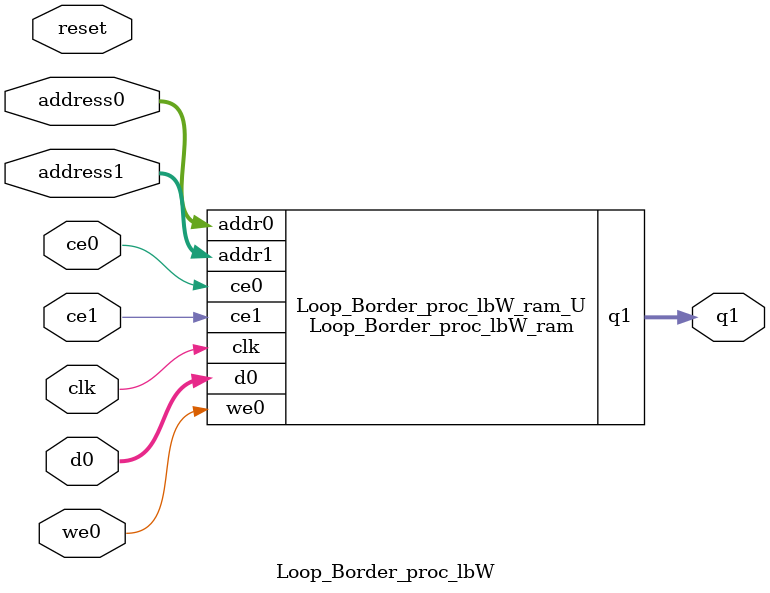
<source format=v>
`timescale 1 ns / 1 ps
module Loop_Border_proc_lbW_ram (addr0, ce0, d0, we0, addr1, ce1, q1,  clk);

parameter DWIDTH = 32;
parameter AWIDTH = 11;
parameter MEM_SIZE = 1910;

input[AWIDTH-1:0] addr0;
input ce0;
input[DWIDTH-1:0] d0;
input we0;
input[AWIDTH-1:0] addr1;
input ce1;
output reg[DWIDTH-1:0] q1;
input clk;

(* ram_style = "block" *)reg [DWIDTH-1:0] ram[0:MEM_SIZE-1];




always @(posedge clk)  
begin 
    if (ce0) begin
        if (we0) 
            ram[addr0] <= d0; 
    end
end


always @(posedge clk)  
begin 
    if (ce1) begin
        q1 <= ram[addr1];
    end
end


endmodule

`timescale 1 ns / 1 ps
module Loop_Border_proc_lbW(
    reset,
    clk,
    address0,
    ce0,
    we0,
    d0,
    address1,
    ce1,
    q1);

parameter DataWidth = 32'd32;
parameter AddressRange = 32'd1910;
parameter AddressWidth = 32'd11;
input reset;
input clk;
input[AddressWidth - 1:0] address0;
input ce0;
input we0;
input[DataWidth - 1:0] d0;
input[AddressWidth - 1:0] address1;
input ce1;
output[DataWidth - 1:0] q1;



Loop_Border_proc_lbW_ram Loop_Border_proc_lbW_ram_U(
    .clk( clk ),
    .addr0( address0 ),
    .ce0( ce0 ),
    .we0( we0 ),
    .d0( d0 ),
    .addr1( address1 ),
    .ce1( ce1 ),
    .q1( q1 ));

endmodule


</source>
